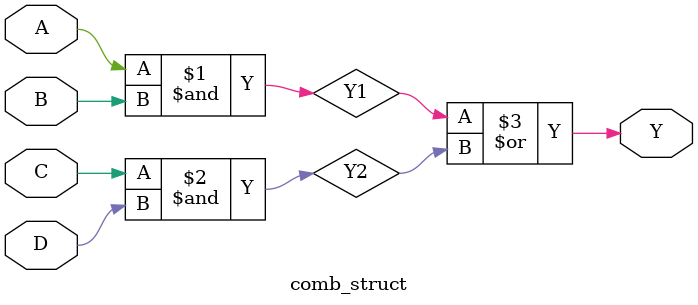
<source format=v>
module comb_struct (
    input A,
    input B,
    input C,
    input D,
    output Y
);

    wire Y1, Y2;

    and (Y1, A, B);
    and (Y2, C, D);
    or  (Y, Y1, Y2);

endmodule
</source>
